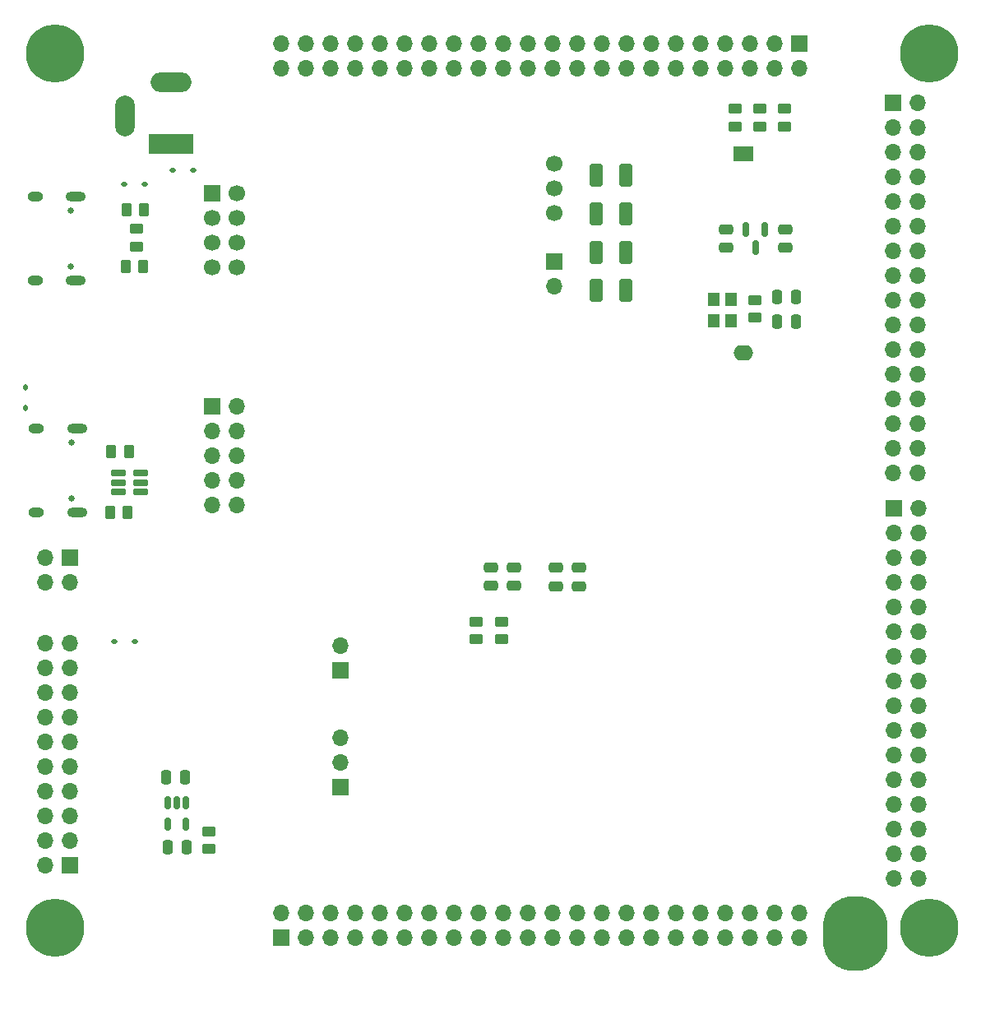
<source format=gbr>
%TF.GenerationSoftware,KiCad,Pcbnew,9.0.0*%
%TF.CreationDate,2025-05-20T14:46:27+04:00*%
%TF.ProjectId,_1921__015,1a313932-3112-4133-9031-352e6b696361,rev?*%
%TF.SameCoordinates,Original*%
%TF.FileFunction,Soldermask,Bot*%
%TF.FilePolarity,Negative*%
%FSLAX46Y46*%
G04 Gerber Fmt 4.6, Leading zero omitted, Abs format (unit mm)*
G04 Created by KiCad (PCBNEW 9.0.0) date 2025-05-20 14:46:27*
%MOMM*%
%LPD*%
G01*
G04 APERTURE LIST*
G04 Aperture macros list*
%AMRoundRect*
0 Rectangle with rounded corners*
0 $1 Rounding radius*
0 $2 $3 $4 $5 $6 $7 $8 $9 X,Y pos of 4 corners*
0 Add a 4 corners polygon primitive as box body*
4,1,4,$2,$3,$4,$5,$6,$7,$8,$9,$2,$3,0*
0 Add four circle primitives for the rounded corners*
1,1,$1+$1,$2,$3*
1,1,$1+$1,$4,$5*
1,1,$1+$1,$6,$7*
1,1,$1+$1,$8,$9*
0 Add four rect primitives between the rounded corners*
20,1,$1+$1,$2,$3,$4,$5,0*
20,1,$1+$1,$4,$5,$6,$7,0*
20,1,$1+$1,$6,$7,$8,$9,0*
20,1,$1+$1,$8,$9,$2,$3,0*%
G04 Aperture macros list end*
%ADD10R,1.700000X1.700000*%
%ADD11O,1.700000X1.700000*%
%ADD12C,0.650000*%
%ADD13O,2.100000X1.000000*%
%ADD14O,1.600000X1.000000*%
%ADD15R,2.000000X1.600000*%
%ADD16O,2.000000X1.600000*%
%ADD17C,1.700000*%
%ADD18R,4.600000X2.000000*%
%ADD19O,4.200000X2.000000*%
%ADD20O,2.000000X4.200000*%
%ADD21RoundRect,0.250000X0.262500X0.450000X-0.262500X0.450000X-0.262500X-0.450000X0.262500X-0.450000X0*%
%ADD22RoundRect,0.250000X0.450000X-0.262500X0.450000X0.262500X-0.450000X0.262500X-0.450000X-0.262500X0*%
%ADD23RoundRect,0.250000X-0.450000X0.262500X-0.450000X-0.262500X0.450000X-0.262500X0.450000X0.262500X0*%
%ADD24R,1.200000X1.400000*%
%ADD25RoundRect,0.112500X0.187500X0.112500X-0.187500X0.112500X-0.187500X-0.112500X0.187500X-0.112500X0*%
%ADD26RoundRect,0.250000X-0.475000X0.250000X-0.475000X-0.250000X0.475000X-0.250000X0.475000X0.250000X0*%
%ADD27RoundRect,0.150000X-0.650000X-0.150000X0.650000X-0.150000X0.650000X0.150000X-0.650000X0.150000X0*%
%ADD28RoundRect,0.250000X-0.250000X-0.475000X0.250000X-0.475000X0.250000X0.475000X-0.250000X0.475000X0*%
%ADD29RoundRect,0.250000X0.475000X-0.250000X0.475000X0.250000X-0.475000X0.250000X-0.475000X-0.250000X0*%
%ADD30RoundRect,0.250000X0.412500X0.925000X-0.412500X0.925000X-0.412500X-0.925000X0.412500X-0.925000X0*%
%ADD31RoundRect,0.150000X-0.150000X0.587500X-0.150000X-0.587500X0.150000X-0.587500X0.150000X0.587500X0*%
%ADD32RoundRect,0.250000X0.250000X0.475000X-0.250000X0.475000X-0.250000X-0.475000X0.250000X-0.475000X0*%
%ADD33RoundRect,0.150000X-0.150000X0.512500X-0.150000X-0.512500X0.150000X-0.512500X0.150000X0.512500X0*%
%ADD34RoundRect,0.112500X-0.112500X0.187500X-0.112500X-0.187500X0.112500X-0.187500X0.112500X0.187500X0*%
%ADD35RoundRect,0.250000X-0.262500X-0.450000X0.262500X-0.450000X0.262500X0.450000X-0.262500X0.450000X0*%
%ADD36C,6.000000*%
G04 APERTURE END LIST*
D10*
%TO.C,J12*%
X154700000Y-60895000D03*
D11*
X154700000Y-63435000D03*
%TD*%
D10*
%TO.C,J3*%
X132700000Y-115025000D03*
D11*
X132700000Y-112485000D03*
X132700000Y-109945000D03*
%TD*%
D10*
%TO.C,J5*%
X189650000Y-44590000D03*
D11*
X192190000Y-44590000D03*
X189650000Y-47130000D03*
X192190000Y-47130000D03*
X189650000Y-49670000D03*
X192190000Y-49670000D03*
X189650000Y-52210000D03*
X192190000Y-52210000D03*
X189650000Y-54750000D03*
X192190000Y-54750000D03*
X189650000Y-57290000D03*
X192190000Y-57290000D03*
X189650000Y-59830000D03*
X192190000Y-59830000D03*
X189650000Y-62370000D03*
X192190000Y-62370000D03*
X189650000Y-64910000D03*
X192190000Y-64910000D03*
X189650000Y-67450000D03*
X192190000Y-67450000D03*
X189650000Y-69990000D03*
X192190000Y-69990000D03*
X189650000Y-72530000D03*
X192190000Y-72530000D03*
X189650000Y-75070000D03*
X192190000Y-75070000D03*
X189650000Y-77610000D03*
X192190000Y-77610000D03*
X189650000Y-80150000D03*
X192190000Y-80150000D03*
X189650000Y-82690000D03*
X192190000Y-82690000D03*
%TD*%
D10*
%TO.C,J11*%
X119500000Y-75795000D03*
D11*
X122040000Y-75795000D03*
X119500000Y-78335000D03*
X122040000Y-78335000D03*
X119500000Y-80875000D03*
X122040000Y-80875000D03*
X119500000Y-83415000D03*
X122040000Y-83415000D03*
X119500000Y-85955000D03*
X122040000Y-85955000D03*
%TD*%
D12*
%TO.C,P3*%
X104950000Y-55680000D03*
X104950000Y-61460000D03*
D13*
X105480000Y-54250000D03*
D14*
X101300000Y-54250000D03*
D13*
X105480000Y-62890000D03*
D14*
X101300000Y-62890000D03*
%TD*%
D10*
%TO.C,J7*%
X179940000Y-38460000D03*
D11*
X179940000Y-41000000D03*
X177400000Y-38460000D03*
X177400000Y-41000000D03*
X174860000Y-38460000D03*
X174860000Y-41000000D03*
X172320000Y-38460000D03*
X172320000Y-41000000D03*
X169780000Y-38460000D03*
X169780000Y-41000000D03*
X167240000Y-38460000D03*
X167240000Y-41000000D03*
X164700000Y-38460000D03*
X164700000Y-41000000D03*
X162160000Y-38460000D03*
X162160000Y-41000000D03*
X159620000Y-38460000D03*
X159620000Y-41000000D03*
X157080000Y-38460000D03*
X157080000Y-41000000D03*
X154540000Y-38460000D03*
X154540000Y-41000000D03*
X152000000Y-38460000D03*
X152000000Y-41000000D03*
X149460000Y-38460000D03*
X149460000Y-41000000D03*
X146920000Y-38460000D03*
X146920000Y-41000000D03*
X144380000Y-38460000D03*
X144380000Y-41000000D03*
X141840000Y-38460000D03*
X141840000Y-41000000D03*
X139300000Y-38460000D03*
X139300000Y-41000000D03*
X136760000Y-38460000D03*
X136760000Y-41000000D03*
X134220000Y-38460000D03*
X134220000Y-41000000D03*
X131680000Y-38460000D03*
X131680000Y-41000000D03*
X129140000Y-38460000D03*
X129140000Y-41000000D03*
X126600000Y-38460000D03*
X126600000Y-41000000D03*
%TD*%
D10*
%TO.C,J2*%
X104900000Y-123100000D03*
D11*
X102360000Y-123100000D03*
X104900000Y-120560000D03*
X102360000Y-120560000D03*
X104900000Y-118020000D03*
X102360000Y-118020000D03*
X104900000Y-115480000D03*
X102360000Y-115480000D03*
X104900000Y-112940000D03*
X102360000Y-112940000D03*
X104900000Y-110400000D03*
X102360000Y-110400000D03*
X104900000Y-107860000D03*
X102360000Y-107860000D03*
X104900000Y-105320000D03*
X102360000Y-105320000D03*
X104900000Y-102780000D03*
X102360000Y-102780000D03*
X104900000Y-100240000D03*
X102360000Y-100240000D03*
%TD*%
D12*
%TO.C,P1*%
X105070000Y-79565000D03*
X105070000Y-85345000D03*
D13*
X105600000Y-78135000D03*
D14*
X101420000Y-78135000D03*
D13*
X105600000Y-86775000D03*
D14*
X101420000Y-86775000D03*
%TD*%
D15*
%TO.C,BT1*%
X174200000Y-49800000D03*
D16*
X174200000Y-70300000D03*
%TD*%
D10*
%TO.C,J8*%
X119500000Y-53920000D03*
D17*
X122040000Y-53920000D03*
X119500000Y-56460000D03*
X122040000Y-56460000D03*
X119500000Y-59000000D03*
X122040000Y-59000000D03*
X119500000Y-61540000D03*
X122040000Y-61540000D03*
%TD*%
%TO.C,RV1*%
X154700000Y-50820000D03*
X154700000Y-53360000D03*
X154700000Y-55900000D03*
%TD*%
D10*
%TO.C,J1*%
X132750000Y-103000000D03*
D11*
X132750000Y-100460000D03*
%TD*%
D18*
%TO.C,J14*%
X115300000Y-48800000D03*
D19*
X115300000Y-42500000D03*
D20*
X110500000Y-45900000D03*
%TD*%
D10*
%TO.C,J6*%
X126660000Y-130540000D03*
D11*
X126660000Y-128000000D03*
X129200000Y-130540000D03*
X129200000Y-128000000D03*
X131740000Y-130540000D03*
X131740000Y-128000000D03*
X134280000Y-130540000D03*
X134280000Y-128000000D03*
X136820000Y-130540000D03*
X136820000Y-128000000D03*
X139360000Y-130540000D03*
X139360000Y-128000000D03*
X141900000Y-130540000D03*
X141900000Y-128000000D03*
X144440000Y-130540000D03*
X144440000Y-128000000D03*
X146980000Y-130540000D03*
X146980000Y-128000000D03*
X149520000Y-130540000D03*
X149520000Y-128000000D03*
X152060000Y-130540000D03*
X152060000Y-128000000D03*
X154600000Y-130540000D03*
X154600000Y-128000000D03*
X157140000Y-130540000D03*
X157140000Y-128000000D03*
X159680000Y-130540000D03*
X159680000Y-128000000D03*
X162220000Y-130540000D03*
X162220000Y-128000000D03*
X164760000Y-130540000D03*
X164760000Y-128000000D03*
X167300000Y-130540000D03*
X167300000Y-128000000D03*
X169840000Y-130540000D03*
X169840000Y-128000000D03*
X172380000Y-130540000D03*
X172380000Y-128000000D03*
X174920000Y-130540000D03*
X174920000Y-128000000D03*
X177460000Y-130540000D03*
X177460000Y-128000000D03*
X180000000Y-130540000D03*
X180000000Y-128000000D03*
%TD*%
D10*
%TO.C,J4*%
X104900000Y-91400000D03*
D11*
X104900000Y-93940000D03*
X102360000Y-91400000D03*
X102360000Y-93940000D03*
%TD*%
D10*
%TO.C,J9*%
X189660000Y-86300000D03*
D11*
X192200000Y-86300000D03*
X189660000Y-88840000D03*
X192200000Y-88840000D03*
X189660000Y-91380000D03*
X192200000Y-91380000D03*
X189660000Y-93920000D03*
X192200000Y-93920000D03*
X189660000Y-96460000D03*
X192200000Y-96460000D03*
X189660000Y-99000000D03*
X192200000Y-99000000D03*
X189660000Y-101540000D03*
X192200000Y-101540000D03*
X189660000Y-104080000D03*
X192200000Y-104080000D03*
X189660000Y-106620000D03*
X192200000Y-106620000D03*
X189660000Y-109160000D03*
X192200000Y-109160000D03*
X189660000Y-111700000D03*
X192200000Y-111700000D03*
X189660000Y-114240000D03*
X192200000Y-114240000D03*
X189660000Y-116780000D03*
X192200000Y-116780000D03*
X189660000Y-119320000D03*
X192200000Y-119320000D03*
X189660000Y-121860000D03*
X192200000Y-121860000D03*
X189660000Y-124400000D03*
X192200000Y-124400000D03*
%TD*%
D21*
%TO.C,R26*%
X112412500Y-61450000D03*
X110587500Y-61450000D03*
%TD*%
D22*
%TO.C,R3*%
X175400000Y-66712500D03*
X175400000Y-64887500D03*
%TD*%
%TO.C,R12*%
X175900000Y-47000000D03*
X175900000Y-45175000D03*
%TD*%
D23*
%TO.C,R1*%
X146700000Y-98000000D03*
X146700000Y-99825000D03*
%TD*%
%TO.C,R27*%
X111700000Y-57550000D03*
X111700000Y-59375000D03*
%TD*%
D24*
%TO.C,Y1*%
X172900000Y-64800000D03*
X172900000Y-67000000D03*
X171200000Y-67000000D03*
X171200000Y-64800000D03*
%TD*%
D25*
%TO.C,D7*%
X117550000Y-51500000D03*
X115450000Y-51500000D03*
%TD*%
D22*
%TO.C,R2*%
X149300000Y-99825000D03*
X149300000Y-98000000D03*
%TD*%
D21*
%TO.C,R15*%
X110825000Y-86775000D03*
X109000000Y-86775000D03*
%TD*%
D26*
%TO.C,C11*%
X157300000Y-92450000D03*
X157300000Y-94350000D03*
%TD*%
D27*
%TO.C,U3*%
X109860000Y-84615000D03*
X109860000Y-83665000D03*
X109860000Y-82715000D03*
X112160000Y-82715000D03*
X112160000Y-83665000D03*
X112160000Y-84615000D03*
%TD*%
D28*
%TO.C,C7*%
X114950000Y-121200000D03*
X116850000Y-121200000D03*
%TD*%
D26*
%TO.C,C15*%
X148200000Y-92400000D03*
X148200000Y-94300000D03*
%TD*%
D29*
%TO.C,C8*%
X172400000Y-59500000D03*
X172400000Y-57600000D03*
%TD*%
D21*
%TO.C,R16*%
X110960000Y-80515000D03*
X109135000Y-80515000D03*
%TD*%
D30*
%TO.C,C17*%
X162137500Y-56000000D03*
X159062500Y-56000000D03*
%TD*%
D28*
%TO.C,C1*%
X177700000Y-67100000D03*
X179600000Y-67100000D03*
%TD*%
D30*
%TO.C,C18*%
X162137500Y-60000000D03*
X159062500Y-60000000D03*
%TD*%
D31*
%TO.C,D1*%
X174500000Y-57600000D03*
X176400000Y-57600000D03*
X175450000Y-59475000D03*
%TD*%
D28*
%TO.C,C2*%
X177700000Y-64600000D03*
X179600000Y-64600000D03*
%TD*%
D32*
%TO.C,C5*%
X116700000Y-114000000D03*
X114800000Y-114000000D03*
%TD*%
D22*
%TO.C,R6*%
X119200000Y-121400000D03*
X119200000Y-119575000D03*
%TD*%
%TO.C,R10*%
X178400000Y-47000000D03*
X178400000Y-45175000D03*
%TD*%
D29*
%TO.C,C9*%
X178500000Y-59500000D03*
X178500000Y-57600000D03*
%TD*%
D26*
%TO.C,C14*%
X150600000Y-92400000D03*
X150600000Y-94300000D03*
%TD*%
D25*
%TO.C,D9*%
X112550000Y-53000000D03*
X110450000Y-53000000D03*
%TD*%
D33*
%TO.C,TPS3823-1*%
X114900000Y-116600000D03*
X115850000Y-116600000D03*
X116800000Y-116600000D03*
X116800000Y-118875000D03*
X114900000Y-118875000D03*
%TD*%
D30*
%TO.C,C19*%
X162137500Y-63900000D03*
X159062500Y-63900000D03*
%TD*%
D25*
%TO.C,D2*%
X111550000Y-100000000D03*
X109450000Y-100000000D03*
%TD*%
D22*
%TO.C,R11*%
X173400000Y-47000000D03*
X173400000Y-45175000D03*
%TD*%
D30*
%TO.C,C20*%
X162137500Y-52000000D03*
X159062500Y-52000000D03*
%TD*%
D34*
%TO.C,D8*%
X100300000Y-73875000D03*
X100300000Y-75975000D03*
%TD*%
D26*
%TO.C,C10*%
X154900000Y-92450000D03*
X154900000Y-94350000D03*
%TD*%
D35*
%TO.C,R28*%
X110675000Y-55600000D03*
X112500000Y-55600000D03*
%TD*%
D36*
X193300000Y-39500000D03*
X103300000Y-39500000D03*
X193300000Y-129500000D03*
X103300000Y-129500000D03*
G36*
X186042915Y-126299685D02*
G01*
X186390386Y-126320526D01*
X186405129Y-126322301D01*
X186743949Y-126383861D01*
X186758373Y-126387386D01*
X187087397Y-126489001D01*
X187101296Y-126494224D01*
X187415824Y-126634444D01*
X187429000Y-126641291D01*
X187724508Y-126818099D01*
X187736771Y-126826472D01*
X188009034Y-127037341D01*
X188020207Y-127047120D01*
X188265296Y-127289005D01*
X188275222Y-127300049D01*
X188489656Y-127569516D01*
X188498189Y-127581668D01*
X188678871Y-127874826D01*
X188685891Y-127887910D01*
X188830234Y-128200559D01*
X188835640Y-128214389D01*
X188941579Y-128542061D01*
X188945292Y-128556437D01*
X189011302Y-128894408D01*
X189013271Y-128909126D01*
X189038682Y-129256289D01*
X189039002Y-129263710D01*
X189059960Y-130856483D01*
X189059854Y-130863496D01*
X189045588Y-131191891D01*
X189044189Y-131205842D01*
X188993487Y-131527064D01*
X188990521Y-131540769D01*
X188903878Y-131854206D01*
X188899384Y-131867488D01*
X188777909Y-132169141D01*
X188771944Y-132181831D01*
X188617190Y-132467839D01*
X188609831Y-132479774D01*
X188423774Y-132746487D01*
X188415114Y-132757515D01*
X188200136Y-133001515D01*
X188190286Y-133011495D01*
X187949139Y-133229661D01*
X187938226Y-133238465D01*
X187673986Y-133428015D01*
X187662148Y-133435531D01*
X187378199Y-133594034D01*
X187365589Y-133600165D01*
X187065568Y-133725596D01*
X187052347Y-133730265D01*
X186740069Y-133821027D01*
X186726404Y-133824173D01*
X186405883Y-133879097D01*
X186391951Y-133880680D01*
X186063763Y-133899265D01*
X186056752Y-133899463D01*
X185403481Y-133899463D01*
X185396528Y-133899268D01*
X185071058Y-133880990D01*
X185057240Y-133879433D01*
X184739304Y-133825413D01*
X184725747Y-133822319D01*
X184415851Y-133733039D01*
X184402727Y-133728446D01*
X184104784Y-133605035D01*
X184092255Y-133599002D01*
X183809993Y-133443001D01*
X183798219Y-133435602D01*
X183535216Y-133248991D01*
X183524344Y-133240322D01*
X183283872Y-133025423D01*
X183274039Y-133015590D01*
X183059140Y-132775118D01*
X183050471Y-132764246D01*
X182863860Y-132501243D01*
X182856461Y-132489469D01*
X182700460Y-132207207D01*
X182694427Y-132194678D01*
X182571016Y-131896735D01*
X182566423Y-131883611D01*
X182477143Y-131573715D01*
X182474049Y-131560158D01*
X182420029Y-131242222D01*
X182418472Y-131228403D01*
X182400195Y-130902934D01*
X182400000Y-130895982D01*
X182400000Y-129302943D01*
X182400195Y-129295991D01*
X182418472Y-128970522D01*
X182420029Y-128956703D01*
X182474049Y-128638767D01*
X182477143Y-128625210D01*
X182566423Y-128315314D01*
X182571016Y-128302190D01*
X182694427Y-128004247D01*
X182700460Y-127991718D01*
X182856461Y-127709456D01*
X182863860Y-127697682D01*
X183050471Y-127434679D01*
X183059140Y-127423807D01*
X183274039Y-127183335D01*
X183283872Y-127173502D01*
X183524344Y-126958603D01*
X183535216Y-126949934D01*
X183798219Y-126763323D01*
X183809993Y-126755924D01*
X184092255Y-126599923D01*
X184104784Y-126593890D01*
X184402727Y-126470479D01*
X184415851Y-126465886D01*
X184725747Y-126376606D01*
X184739304Y-126373512D01*
X185057240Y-126319492D01*
X185071059Y-126317935D01*
X185396529Y-126299658D01*
X185403481Y-126299463D01*
X186035491Y-126299463D01*
X186042915Y-126299685D01*
G37*
M02*

</source>
